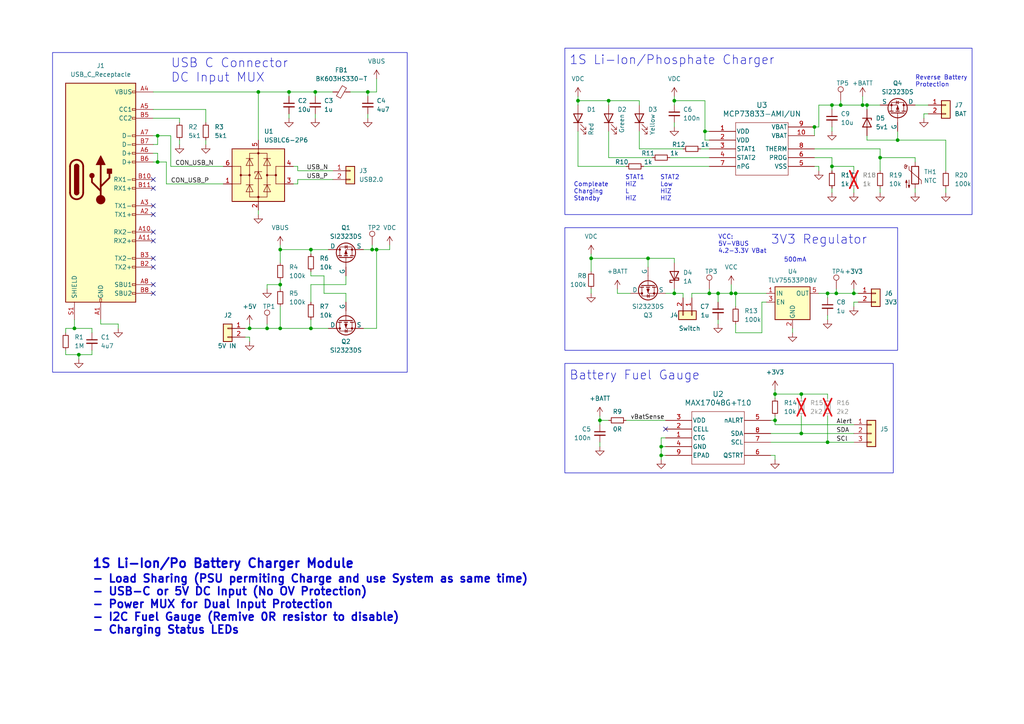
<source format=kicad_sch>
(kicad_sch (version 20230121) (generator eeschema)
  (paper "A4")
  (title_block (title "1S Li-Ion Charger") (date "2023-11-23") (rev "0.1") (company "WRSROBOTICS"))
  (lib_symbols
    (symbol "Battery_Management:MAX17048G+T10" (pin_names (offset 0.254))
      (property "Reference" "U" (at 15.24 10.16 0))
      (property "Value" "MAX17048G+T10" (at 16.51 7.62 0))
      (symbol "MAX17048G+T10_0_1"
        (pin unspecified line (at 0 -5.08 0) (length 7.62) (name "CTG") (number "1"))
        (pin unspecified line (at 0 -2.54 0) (length 7.62) (name "CELL") (number "2"))
        (pin power_in line (at 0 0 0) (length 7.62) (name "VDD") (number "3"))
        (pin power_in line (at 0 -7.62 0) (length 7.62) (name "GND") (number "4"))
        (pin input line (at 30.48 -10.16 180) (length 7.62) (name "QSTRT") (number "6"))
        (pin input line (at 30.48 -6.35 180) (length 7.62) (name "SCL") (number "7"))
        (pin bidirectional line (at 30.48 -3.81 180) (length 7.62) (name "SDA") (number "8"))
        (pin unspecified line (at 0 -10.16 0) (length 7.62) (name "EPAD") (number "9"))
      )
      (symbol "MAX17048G+T10_1_1"
        (pin output line (at 30.48 0 180) (length 7.62) (name "nALRT") (number "5"))
      )
    )
    (symbol "Battery_Management:MCP73833-AMI_UN" (pin_names (offset 0.254))
      (property "Reference" "U" (at 13.97 10.16 0))
      (property "Value" "MCP73833-AMI/UN" (at 16.51 6.35 0))
      (symbol "MCP73833-AMI_UN_0_1"
        (pin unspecified line (at 0 1.27 0) (length 7.62) (name "VDD") (number "1"))
        (pin unspecified line (at 30.48 0 180) (length 7.62) (name "VBAT") (number "10"))
        (pin unspecified line (at 0 -1.27 0) (length 7.62) (name "VDD") (number "2"))
        (pin unspecified line (at 0 -3.81 0) (length 7.62) (name "STAT1") (number "3"))
        (pin unspecified line (at 0 -6.35 0) (length 7.62) (name "STAT2") (number "4"))
        (pin unspecified line (at 30.48 -8.89 180) (length 7.62) (name "VSS") (number "5"))
        (pin unspecified line (at 30.48 -6.35 180) (length 7.62) (name "PROG") (number "6"))
        (pin unspecified line (at 30.48 -3.81 180) (length 7.62) (name "THERM") (number "8"))
        (pin unspecified line (at 30.48 2.54 180) (length 7.62) (name "VBAT") (number "9"))
      )
      (symbol "MCP73833-AMI_UN_1_1"
        (pin unspecified line (at 0 -8.89 0) (length 7.62) (name "nPG") (number "7"))
      )
    )
    (symbol "Connector:TestPoint" (pin_numbers hide) (pin_names (offset 0.762) hide)
      (property "Reference" "TP" (at 0 6.858 0))
      (property "Value" "TestPoint" (at 0 5.08 0))
      (symbol "TestPoint_1_1"
        (pin passive line (at 0 0 90) (length 2.54) (name "1") (number "1"))
      )
    )
    (symbol "Connector:USB_C_Receptacle" (pin_names (offset 1.016))
      (property "Reference" "J" (at -10.16 29.21 0))
      (property "Value" "USB_C_Receptacle" (at 10.16 29.21 0))
      (symbol "USB_C_Receptacle_1_1"
        (pin passive line (at 0 -40.64 90) (length 5.08) (name "GND") (number "A1"))
        (pin bidirectional line (at 15.24 -15.24 180) (length 5.08) (name "RX2-") (number "A10"))
        (pin bidirectional line (at 15.24 -17.78 180) (length 5.08) (name "RX2+") (number "A11"))
        (pin passive line (at 0 -40.64 90) (length 5.08) hide (name "GND") (number "A12"))
        (pin bidirectional line (at 15.24 -10.16 180) (length 5.08) (name "TX1+") (number "A2"))
        (pin bidirectional line (at 15.24 -7.62 180) (length 5.08) (name "TX1-") (number "A3"))
        (pin passive line (at 15.24 25.4 180) (length 5.08) (name "VBUS") (number "A4"))
        (pin bidirectional line (at 15.24 20.32 180) (length 5.08) (name "CC1") (number "A5"))
        (pin bidirectional line (at 15.24 7.62 180) (length 5.08) (name "D+") (number "A6"))
        (pin bidirectional line (at 15.24 12.7 180) (length 5.08) (name "D-") (number "A7"))
        (pin bidirectional line (at 15.24 -30.48 180) (length 5.08) (name "SBU1") (number "A8"))
        (pin passive line (at 15.24 25.4 180) (length 5.08) hide (name "VBUS") (number "A9"))
        (pin passive line (at 0 -40.64 90) (length 5.08) hide (name "GND") (number "B1"))
        (pin bidirectional line (at 15.24 0 180) (length 5.08) (name "RX1-") (number "B10"))
        (pin bidirectional line (at 15.24 -2.54 180) (length 5.08) (name "RX1+") (number "B11"))
        (pin passive line (at 0 -40.64 90) (length 5.08) hide (name "GND") (number "B12"))
        (pin bidirectional line (at 15.24 -25.4 180) (length 5.08) (name "TX2+") (number "B2"))
        (pin bidirectional line (at 15.24 -22.86 180) (length 5.08) (name "TX2-") (number "B3"))
        (pin passive line (at 15.24 25.4 180) (length 5.08) hide (name "VBUS") (number "B4"))
        (pin bidirectional line (at 15.24 17.78 180) (length 5.08) (name "CC2") (number "B5"))
        (pin bidirectional line (at 15.24 5.08 180) (length 5.08) (name "D+") (number "B6"))
        (pin bidirectional line (at 15.24 10.16 180) (length 5.08) (name "D-") (number "B7"))
        (pin bidirectional line (at 15.24 -33.02 180) (length 5.08) (name "SBU2") (number "B8"))
        (pin passive line (at 15.24 25.4 180) (length 5.08) hide (name "VBUS") (number "B9"))
        (pin passive line (at -7.62 -40.64 90) (length 5.08) (name "SHIELD") (number "S1"))
      )
    )
    (symbol "Connector_Generic:Conn_01x02" (pin_names (offset 1.016) hide)
      (property "Reference" "J" (at 0 2.54 0))
      (property "Value" "Conn_01x02" (at 0 -5.08 0))
      (symbol "Conn_01x02_1_1"
        (pin passive line (at -5.08 0 0) (length 3.81) (name "Pin_1") (number "1"))
        (pin passive line (at -5.08 -2.54 0) (length 3.81) (name "Pin_2") (number "2"))
      )
    )
    (symbol "Connector_Generic:Conn_01x03" (pin_names (offset 1.016) hide)
      (property "Reference" "J" (at 0 5.08 0))
      (property "Value" "Conn_01x03" (at 0 -5.08 0))
      (symbol "Conn_01x03_1_1"
        (pin passive line (at -5.08 2.54 0) (length 3.81) (name "Pin_1") (number "1"))
        (pin passive line (at -5.08 0 0) (length 3.81) (name "Pin_2") (number "2"))
        (pin passive line (at -5.08 -2.54 0) (length 3.81) (name "Pin_3") (number "3"))
      )
    )
    (symbol "Device:C_Small" (pin_numbers hide) (pin_names (offset 0.254) hide)
      (property "Reference" "C" (at 0.254 1.778 0))
      (property "Value" "C_Small" (at 0.254 -2.032 0))
      (symbol "C_Small_1_1"
        (pin passive line (at 0 2.54 270) (length 2.032) (name "~") (number "1"))
        (pin passive line (at 0 -2.54 90) (length 2.032) (name "~") (number "2"))
      )
    )
    (symbol "Device:D_Schottky" (pin_numbers hide) (pin_names (offset 1.016) hide)
      (property "Reference" "D" (at 0 2.54 0))
      (property "Value" "D_Schottky" (at 0 -2.54 0))
      (symbol "D_Schottky_1_1"
        (pin passive line (at -3.81 0 0) (length 2.54) (name "K") (number "1"))
        (pin passive line (at 3.81 0 180) (length 2.54) (name "A") (number "2"))
      )
    )
    (symbol "Device:D_Zener" (pin_numbers hide) (pin_names (offset 1.016) hide)
      (property "Reference" "D" (at 0 2.54 0))
      (property "Value" "D_Zener" (at 0 -2.54 0))
      (symbol "D_Zener_1_1"
        (pin passive line (at -3.81 0 0) (length 2.54) (name "K") (number "1"))
        (pin passive line (at 3.81 0 180) (length 2.54) (name "A") (number "2"))
      )
    )
    (symbol "Device:FerriteBead_Small" (pin_numbers hide) (pin_names (offset 0))
      (property "Reference" "FB" (at 1.905 1.27 0))
      (property "Value" "FerriteBead_Small" (at 1.905 -1.27 0))
      (symbol "FerriteBead_Small_1_1"
        (pin passive line (at 0 2.54 270) (length 1.27) (name "~") (number "1"))
        (pin passive line (at 0 -2.54 90) (length 1.27) (name "~") (number "2"))
      )
    )
    (symbol "Device:LED" (pin_numbers hide) (pin_names (offset 1.016) hide)
      (property "Reference" "D" (at 0 2.54 0))
      (property "Value" "LED" (at 0 -2.54 0))
      (symbol "LED_1_1"
        (pin passive line (at -3.81 0 0) (length 2.54) (name "K") (number "1"))
        (pin passive line (at 3.81 0 180) (length 2.54) (name "A") (number "2"))
      )
    )
    (symbol "Device:R_Small" (pin_numbers hide) (pin_names (offset 0.254) hide)
      (property "Reference" "R" (at 0.762 0.508 0))
      (property "Value" "R_Small" (at 0.762 -1.016 0))
      (symbol "R_Small_1_1"
        (pin passive line (at 0 2.54 270) (length 0.762) (name "~") (number "1"))
        (pin passive line (at 0 -2.54 90) (length 0.762) (name "~") (number "2"))
      )
    )
    (symbol "Device:Thermistor_NTC" (pin_numbers hide) (pin_names (offset 0))
      (property "Reference" "TH" (at -4.445 0 90))
      (property "Value" "Thermistor_NTC" (at 3.175 0 90))
      (symbol "Thermistor_NTC_1_1"
        (pin passive line (at 0 3.81 270) (length 1.27) (name "~") (number "1"))
        (pin passive line (at 0 -3.81 90) (length 1.27) (name "~") (number "2"))
      )
    )
    (symbol "Power_Protection:USBLC6-2P6" (pin_names hide)
      (property "Reference" "U" (at 2.54 8.89 0))
      (property "Value" "USBLC6-2P6" (at 2.54 -8.89 0))
      (symbol "USBLC6-2P6_1_1"
        (pin passive line (at -10.16 -2.54 0) (length 2.54) (name "I/O1") (number "1"))
        (pin passive line (at 0 -10.16 90) (length 2.54) (name "GND") (number "2"))
        (pin passive line (at 10.16 -2.54 180) (length 2.54) (name "I/O2") (number "3"))
        (pin passive line (at 10.16 2.54 180) (length 2.54) (name "I/O2") (number "4"))
        (pin passive line (at 0 10.16 270) (length 2.54) (name "VBUS") (number "5"))
        (pin passive line (at -10.16 2.54 0) (length 2.54) (name "I/O1") (number "6"))
      )
    )
    (symbol "Regulator_Linear:TLV75533PDBV" (pin_names (offset 0.254))
      (property "Reference" "U" (at -3.81 5.715 0))
      (property "Value" "TLV75533PDBV" (at 0 5.715 0))
      (symbol "TLV75533PDBV_1_1"
        (pin power_in line (at -7.62 2.54 0) (length 2.54) (name "IN") (number "1"))
        (pin power_in line (at 0 -7.62 90) (length 2.54) (name "GND") (number "2"))
        (pin input line (at -7.62 0 0) (length 2.54) (name "EN") (number "3"))
        (pin no_connect line (at 5.08 0 180) (length 2.54) hide (name "NC") (number "4"))
        (pin power_out line (at 7.62 2.54 180) (length 2.54) (name "OUT") (number "5"))
      )
    )
    (symbol "Simulation_SPICE:PMOS" (pin_numbers hide) (pin_names (offset 0))
      (property "Reference" "Q" (at 5.08 1.27 0))
      (property "Value" "PMOS" (at 5.08 -1.27 0))
      (symbol "PMOS_1_1"
        (pin passive line (at 2.54 5.08 270) (length 2.54) (name "D") (number "1"))
        (pin input line (at -5.08 0 0) (length 2.54) (name "G") (number "2"))
        (pin passive line (at 2.54 -5.08 90) (length 2.54) (name "S") (number "3"))
      )
    )
    (symbol "power:+3V3" (power) (pin_names (offset 0))
      (property "Value" "+3V3" (at 0 3.556 0))
      (symbol "+3V3_1_1"
        (pin power_in line (at 0 0 90) (length 0) hide (name "+3V3") (number "1"))
      )
    )
    (symbol "power:+5V" (power) (pin_names (offset 0))
      (property "Value" "+5V" (at 0 3.556 0))
      (symbol "+5V_1_1"
        (pin power_in line (at 0 0 90) (length 0) hide (name "+5V") (number "1"))
      )
    )
    (symbol "power:+BATT" (power) (pin_names (offset 0))
      (property "Value" "+BATT" (at 0 3.556 0))
      (symbol "+BATT_1_1"
        (pin power_in line (at 0 0 90) (length 0) hide (name "+BATT") (number "1"))
      )
    )
    (symbol "power:GND" (power) (pin_names (offset 0))
      (symbol "GND_1_1"
        (pin power_in line (at 0 0 270) (length 0) hide (name "GND") (number "1"))
      )
    )
    (symbol "power:VBUS" (power) (pin_names (offset 0))
      (property "Value" "VBUS" (at 0 3.81 0))
      (symbol "VBUS_1_1"
        (pin power_in line (at 0 0 90) (length 0) hide (name "VBUS") (number "1"))
      )
    )
    (symbol "power:VCC" (power) (pin_names (offset 0))
      (property "Value" "VCC" (at 0 3.81 0))
      (symbol "VCC_1_1"
        (pin power_in line (at 0 0 90) (length 0) hide (name "VCC") (number "1"))
      )
    )
    (symbol "power:VDC" (power) (pin_names (offset 0))
      (property "Value" "VDC" (at 0 6.35 0))
      (symbol "VDC_1_1"
        (pin power_in line (at 0 0 90) (length 0) hide (name "VDC") (number "1"))
      )
    )
  )
  (junction (at 90.17 72.39))
  (junction (at 236.22 36.83))
  (junction (at 90.17 95.25))
  (junction (at 205.74 85.09))
  (junction (at 77.47 95.25))
  (junction (at 45.72 39.37))
  (junction (at 195.58 29.21))
  (junction (at 240.03 85.09))
  (junction (at 81.28 95.25))
  (junction (at 251.46 30.48))
  (junction (at 106.68 26.67))
  (junction (at 195.58 85.09))
  (junction (at 91.44 26.67))
  (junction (at 167.64 29.21))
  (junction (at 107.95 72.39))
  (junction (at 241.3 48.26))
  (junction (at 247.65 85.09))
  (junction (at 241.3 30.48))
  (junction (at 240.03 128.27))
  (junction (at 212.09 85.09))
  (junction (at 260.35 40.64))
  (junction (at 81.28 72.39))
  (junction (at 255.27 45.72))
  (junction (at 21.59 95.25))
  (junction (at 250.19 30.48))
  (junction (at 191.77 132.08))
  (junction (at 232.41 114.3))
  (junction (at 45.72 46.99))
  (junction (at 204.47 38.1))
  (junction (at 176.53 29.21))
  (junction (at 224.79 121.92))
  (junction (at 191.77 129.54))
  (junction (at 83.82 26.67))
  (junction (at 74.93 26.67))
  (junction (at 173.99 121.92))
  (junction (at 232.41 125.73))
  (junction (at 171.45 74.93))
  (junction (at 243.84 30.48))
  (junction (at 208.28 85.09))
  (junction (at 109.22 72.39))
  (junction (at 72.39 95.25))
  (junction (at 224.79 114.3))
  (junction (at 187.96 74.93))
  (junction (at 213.36 85.09))
  (junction (at 22.86 102.87))
  (junction (at 242.57 85.09))
  (junction (at 81.28 82.55))
  (no_connect (at 44.45 67.31))
  (no_connect (at 44.45 77.47))
  (no_connect (at 44.45 82.55))
  (no_connect (at 193.04 124.46))
  (no_connect (at 44.45 52.07))
  (no_connect (at 44.45 59.69))
  (no_connect (at 44.45 62.23))
  (no_connect (at 44.45 74.93))
  (no_connect (at 44.45 69.85))
  (no_connect (at 44.45 85.09))
  (no_connect (at 44.45 54.61))
  (wire (pts (xy 224.79 114.3) (xy 232.41 114.3)))
  (wire (pts (xy 220.98 87.63) (xy 222.25 87.63)))
  (wire (pts (xy 274.32 55.88) (xy 274.32 54.61)))
  (wire (pts (xy 195.58 85.09) (xy 195.58 83.82)))
  (wire (pts (xy 44.45 31.75) (xy 59.69 31.75)))
  (wire (pts (xy 208.28 85.09) (xy 212.09 85.09)))
  (wire (pts (xy 45.72 39.37) (xy 45.72 41.91)))
  (wire (pts (xy 29.21 93.98) (xy 34.29 93.98)))
  (wire (pts (xy 49.53 48.26) (xy 64.77 48.26)))
  (wire (pts (xy 90.17 73.66) (xy 90.17 72.39)))
  (wire (pts (xy 21.59 92.71) (xy 21.59 95.25)))
  (wire (pts (xy 240.03 85.09) (xy 242.57 85.09)))
  (wire (pts (xy 90.17 72.39) (xy 95.25 72.39)))
  (wire (pts (xy 90.17 95.25) (xy 95.25 95.25)))
  (wire (pts (xy 241.3 54.61) (xy 241.3 55.88)))
  (wire (pts (xy 193.04 85.09) (xy 195.58 85.09)))
  (wire (pts (xy 224.79 121.92) (xy 224.79 123.19)))
  (wire (pts (xy 176.53 29.21) (xy 185.42 29.21)))
  (wire (pts (xy 167.64 27.94) (xy 167.64 29.21)))
  (wire (pts (xy 44.45 34.29) (xy 52.07 34.29)))
  (wire (pts (xy 247.65 87.63) (xy 248.92 87.63)))
  (wire (pts (xy 45.72 39.37) (xy 49.53 39.37)))
  (wire (pts (xy 251.46 30.48) (xy 255.27 30.48)))
  (wire (pts (xy 224.79 121.92) (xy 224.79 120.65)))
  (wire (pts (xy 86.36 49.53) (xy 96.52 49.53)))
  (wire (pts (xy 247.65 83.82) (xy 247.65 85.09)))
  (wire (pts (xy 242.57 83.82) (xy 242.57 85.09)))
  (wire (pts (xy 229.87 95.25) (xy 229.87 96.52)))
  (wire (pts (xy 212.09 85.09) (xy 213.36 85.09)))
  (wire (pts (xy 81.28 71.12) (xy 81.28 72.39)))
  (wire (pts (xy 212.09 82.55) (xy 212.09 85.09)))
  (wire (pts (xy 176.53 45.72) (xy 189.23 45.72)))
  (wire (pts (xy 109.22 26.67) (xy 106.68 26.67)))
  (wire (pts (xy 77.47 82.55) (xy 81.28 82.55)))
  (wire (pts (xy 86.36 53.34) (xy 85.09 53.34)))
  (wire (pts (xy 224.79 113.03) (xy 224.79 114.3)))
  (wire (pts (xy 243.84 30.48) (xy 250.19 30.48)))
  (wire (pts (xy 19.05 95.25) (xy 21.59 95.25)))
  (wire (pts (xy 81.28 88.9) (xy 81.28 95.25)))
  (wire (pts (xy 59.69 31.75) (xy 59.69 35.56)))
  (wire (pts (xy 195.58 29.21) (xy 195.58 27.94)))
  (wire (pts (xy 91.44 26.67) (xy 91.44 27.94)))
  (wire (pts (xy 241.3 30.48) (xy 241.3 31.75)))
  (wire (pts (xy 195.58 74.93) (xy 195.58 76.2)))
  (wire (pts (xy 86.36 52.07) (xy 86.36 53.34)))
  (wire (pts (xy 237.49 30.48) (xy 237.49 36.83)))
  (wire (pts (xy 241.3 49.53) (xy 241.3 48.26)))
  (wire (pts (xy 265.43 45.72) (xy 265.43 46.99)))
  (wire (pts (xy 250.19 27.94) (xy 250.19 30.48)))
  (wire (pts (xy 173.99 128.27) (xy 173.99 129.54)))
  (wire (pts (xy 26.67 101.6) (xy 26.67 102.87)))
  (wire (pts (xy 19.05 96.52) (xy 19.05 95.25)))
  (wire (pts (xy 247.65 49.53) (xy 247.65 48.26)))
  (wire (pts (xy 113.03 71.12) (xy 113.03 72.39)))
  (wire (pts (xy 29.21 92.71) (xy 29.21 93.98)))
  (wire (pts (xy 109.22 95.25) (xy 109.22 72.39)))
  (wire (pts (xy 83.82 27.94) (xy 83.82 26.67)))
  (wire (pts (xy 26.67 102.87) (xy 22.86 102.87)))
  (wire (pts (xy 265.43 45.72) (xy 255.27 45.72)))
  (wire (pts (xy 241.3 48.26) (xy 241.3 45.72)))
  (wire (pts (xy 193.04 129.54) (xy 191.77 129.54)))
  (wire (pts (xy 105.41 95.25) (xy 109.22 95.25)))
  (wire (pts (xy 81.28 72.39) (xy 90.17 72.39)))
  (wire (pts (xy 93.98 85.09) (xy 100.33 85.09)))
  (wire (pts (xy 48.26 53.34) (xy 64.77 53.34)))
  (wire (pts (xy 100.33 82.55) (xy 90.17 82.55)))
  (wire (pts (xy 208.28 92.71) (xy 208.28 93.98)))
  (wire (pts (xy 267.97 34.29) (xy 267.97 33.02)))
  (wire (pts (xy 237.49 30.48) (xy 241.3 30.48)))
  (wire (pts (xy 236.22 36.83) (xy 236.22 39.37)))
  (wire (pts (xy 241.3 30.48) (xy 243.84 30.48)))
  (wire (pts (xy 193.04 127) (xy 191.77 127)))
  (wire (pts (xy 167.64 48.26) (xy 181.61 48.26)))
  (wire (pts (xy 247.65 88.9) (xy 247.65 87.63)))
  (wire (pts (xy 59.69 40.64) (xy 59.69 41.91)))
  (wire (pts (xy 240.03 91.44) (xy 240.03 92.71)))
  (wire (pts (xy 44.45 39.37) (xy 45.72 39.37)))
  (wire (pts (xy 247.65 54.61) (xy 247.65 55.88)))
  (wire (pts (xy 171.45 83.82) (xy 171.45 85.09)))
  (wire (pts (xy 176.53 29.21) (xy 176.53 30.48)))
  (wire (pts (xy 191.77 127) (xy 191.77 129.54)))
  (wire (pts (xy 101.6 26.67) (xy 106.68 26.67)))
  (wire (pts (xy 34.29 93.98) (xy 34.29 95.25)))
  (wire (pts (xy 224.79 123.19) (xy 247.65 123.19)))
  (wire (pts (xy 213.36 85.09) (xy 222.25 85.09)))
  (wire (pts (xy 200.66 85.09) (xy 205.74 85.09)))
  (wire (pts (xy 213.36 96.52) (xy 213.36 93.98)))
  (wire (pts (xy 90.17 80.01) (xy 93.98 80.01)))
  (wire (pts (xy 186.69 48.26) (xy 205.74 48.26)))
  (wire (pts (xy 185.42 29.21) (xy 185.42 30.48)))
  (wire (pts (xy 251.46 40.64) (xy 260.35 40.64)))
  (wire (pts (xy 242.57 85.09) (xy 247.65 85.09)))
  (wire (pts (xy 21.59 95.25) (xy 26.67 95.25)))
  (wire (pts (xy 167.64 29.21) (xy 167.64 30.48)))
  (wire (pts (xy 195.58 35.56) (xy 195.58 36.83)))
  (wire (pts (xy 176.53 38.1) (xy 176.53 45.72)))
  (wire (pts (xy 232.41 125.73) (xy 247.65 125.73)))
  (wire (pts (xy 237.49 48.26) (xy 237.49 49.53)))
  (wire (pts (xy 171.45 74.93) (xy 171.45 78.74)))
  (wire (pts (xy 77.47 93.98) (xy 77.47 95.25)))
  (wire (pts (xy 265.43 30.48) (xy 269.24 30.48)))
  (wire (pts (xy 251.46 30.48) (xy 251.46 31.75)))
  (wire (pts (xy 44.45 26.67) (xy 74.93 26.67)))
  (wire (pts (xy 74.93 26.67) (xy 83.82 26.67)))
  (wire (pts (xy 204.47 40.64) (xy 205.74 40.64)))
  (wire (pts (xy 45.72 46.99) (xy 44.45 46.99)))
  (wire (pts (xy 223.52 121.92) (xy 224.79 121.92)))
  (wire (pts (xy 204.47 38.1) (xy 205.74 38.1)))
  (wire (pts (xy 205.74 85.09) (xy 208.28 85.09)))
  (wire (pts (xy 167.64 38.1) (xy 167.64 48.26)))
  (wire (pts (xy 74.93 26.67) (xy 74.93 40.64)))
  (wire (pts (xy 173.99 120.65) (xy 173.99 121.92)))
  (wire (pts (xy 181.61 121.92) (xy 193.04 121.92)))
  (wire (pts (xy 198.12 85.09) (xy 195.58 85.09)))
  (wire (pts (xy 90.17 78.74) (xy 90.17 80.01)))
  (wire (pts (xy 83.82 33.02) (xy 83.82 34.29)))
  (wire (pts (xy 173.99 121.92) (xy 176.53 121.92)))
  (wire (pts (xy 240.03 128.27) (xy 247.65 128.27)))
  (wire (pts (xy 91.44 33.02) (xy 91.44 34.29)))
  (wire (pts (xy 220.98 87.63) (xy 220.98 96.52)))
  (wire (pts (xy 179.07 85.09) (xy 182.88 85.09)))
  (wire (pts (xy 241.3 36.83) (xy 241.3 38.1)))
  (wire (pts (xy 81.28 76.2) (xy 81.28 72.39)))
  (wire (pts (xy 205.74 83.82) (xy 205.74 85.09)))
  (wire (pts (xy 45.72 44.45) (xy 45.72 46.99)))
  (wire (pts (xy 204.47 38.1) (xy 204.47 40.64)))
  (wire (pts (xy 195.58 29.21) (xy 195.58 30.48)))
  (wire (pts (xy 72.39 97.79) (xy 72.39 99.06)))
  (wire (pts (xy 255.27 54.61) (xy 255.27 55.88)))
  (wire (pts (xy 267.97 33.02) (xy 269.24 33.02)))
  (wire (pts (xy 232.41 125.73) (xy 232.41 120.65)))
  (wire (pts (xy 205.74 43.18) (xy 203.2 43.18)))
  (wire (pts (xy 265.43 54.61) (xy 265.43 55.88)))
  (wire (pts (xy 241.3 48.26) (xy 247.65 48.26)))
  (wire (pts (xy 171.45 74.93) (xy 187.96 74.93)))
  (wire (pts (xy 187.96 74.93) (xy 187.96 77.47)))
  (wire (pts (xy 223.52 132.08) (xy 224.79 132.08)))
  (wire (pts (xy 247.65 85.09) (xy 248.92 85.09)))
  (wire (pts (xy 45.72 46.99) (xy 48.26 46.99)))
  (wire (pts (xy 223.52 128.27) (xy 240.03 128.27)))
  (wire (pts (xy 208.28 85.09) (xy 208.28 87.63)))
  (wire (pts (xy 44.45 44.45) (xy 45.72 44.45)))
  (wire (pts (xy 90.17 82.55) (xy 90.17 87.63)))
  (wire (pts (xy 237.49 36.83) (xy 236.22 36.83)))
  (wire (pts (xy 200.66 86.36) (xy 200.66 85.09)))
  (wire (pts (xy 198.12 43.18) (xy 185.42 43.18)))
  (wire (pts (xy 105.41 72.39) (xy 107.95 72.39)))
  (wire (pts (xy 173.99 121.92) (xy 173.99 123.19)))
  (wire (pts (xy 52.07 40.64) (xy 52.07 41.91)))
  (wire (pts (xy 26.67 95.25) (xy 26.67 96.52)))
  (wire (pts (xy 167.64 29.21) (xy 176.53 29.21)))
  (wire (pts (xy 237.49 85.09) (xy 240.03 85.09)))
  (wire (pts (xy 213.36 85.09) (xy 213.36 88.9)))
  (wire (pts (xy 86.36 48.26) (xy 86.36 49.53)))
  (wire (pts (xy 72.39 93.98) (xy 72.39 95.25)))
  (wire (pts (xy 255.27 45.72) (xy 255.27 43.18)))
  (wire (pts (xy 185.42 38.1) (xy 185.42 43.18)))
  (wire (pts (xy 240.03 85.09) (xy 240.03 86.36)))
  (wire (pts (xy 191.77 132.08) (xy 191.77 133.35)))
  (wire (pts (xy 22.86 102.87) (xy 22.86 104.14)))
  (wire (pts (xy 81.28 82.55) (xy 81.28 83.82)))
  (wire (pts (xy 251.46 40.64) (xy 251.46 39.37)))
  (wire (pts (xy 77.47 95.25) (xy 81.28 95.25)))
  (wire (pts (xy 191.77 129.54) (xy 191.77 132.08)))
  (wire (pts (xy 255.27 43.18) (xy 236.22 43.18)))
  (wire (pts (xy 191.77 132.08) (xy 193.04 132.08)))
  (wire (pts (xy 106.68 26.67) (xy 106.68 27.94)))
  (wire (pts (xy 240.03 115.57) (xy 240.03 114.3)))
  (wire (pts (xy 22.86 102.87) (xy 19.05 102.87)))
  (wire (pts (xy 232.41 114.3) (xy 240.03 114.3)))
  (wire (pts (xy 83.82 26.67) (xy 91.44 26.67)))
  (wire (pts (xy 107.95 71.12) (xy 107.95 72.39)))
  (wire (pts (xy 109.22 22.86) (xy 109.22 26.67)))
  (wire (pts (xy 77.47 82.55) (xy 77.47 83.82)))
  (wire (pts (xy 44.45 41.91) (xy 45.72 41.91)))
  (wire (pts (xy 260.35 38.1) (xy 260.35 40.64)))
  (wire (pts (xy 179.07 83.82) (xy 179.07 85.09)))
  (wire (pts (xy 223.52 125.73) (xy 232.41 125.73)))
  (wire (pts (xy 85.09 48.26) (xy 86.36 48.26)))
  (wire (pts (xy 243.84 29.21) (xy 243.84 30.48)))
  (wire (pts (xy 224.79 132.08) (xy 224.79 133.35)))
  (wire (pts (xy 19.05 101.6) (xy 19.05 102.87)))
  (wire (pts (xy 71.12 97.79) (xy 72.39 97.79)))
  (wire (pts (xy 187.96 74.93) (xy 195.58 74.93)))
  (wire (pts (xy 96.52 52.07) (xy 86.36 52.07)))
  (wire (pts (xy 48.26 46.99) (xy 48.26 53.34)))
  (wire (pts (xy 81.28 95.25) (xy 90.17 95.25)))
  (wire (pts (xy 255.27 49.53) (xy 255.27 45.72)))
  (wire (pts (xy 90.17 92.71) (xy 90.17 95.25)))
  (wire (pts (xy 213.36 96.52) (xy 220.98 96.52)))
  (wire (pts (xy 100.33 85.09) (xy 100.33 87.63)))
  (wire (pts (xy 241.3 45.72) (xy 236.22 45.72)))
  (wire (pts (xy 250.19 30.48) (xy 251.46 30.48)))
  (wire (pts (xy 194.31 45.72) (xy 205.74 45.72)))
  (wire (pts (xy 71.12 95.25) (xy 72.39 95.25)))
  (wire (pts (xy 81.28 81.28) (xy 81.28 82.55)))
  (wire (pts (xy 236.22 48.26) (xy 237.49 48.26)))
  (wire (pts (xy 49.53 39.37) (xy 49.53 48.26)))
  (wire (pts (xy 274.32 40.64) (xy 260.35 40.64)))
  (wire (pts (xy 232.41 114.3) (xy 232.41 115.57)))
  (wire (pts (xy 113.03 72.39) (xy 109.22 72.39)))
  (wire (pts (xy 52.07 34.29) (xy 52.07 35.56)))
  (wire (pts (xy 240.03 128.27) (xy 240.03 120.65)))
  (wire (pts (xy 106.68 33.02) (xy 106.68 34.29)))
  (wire (pts (xy 198.12 86.36) (xy 198.12 85.09)))
  (wire (pts (xy 96.52 26.67) (xy 91.44 26.67)))
  (wire (pts (xy 100.33 80.01) (xy 100.33 82.55)))
  (wire (pts (xy 171.45 73.66) (xy 171.45 74.93)))
  (wire (pts (xy 107.95 72.39) (xy 109.22 72.39)))
  (wire (pts (xy 93.98 80.01) (xy 93.98 85.09)))
  (wire (pts (xy 72.39 95.25) (xy 77.47 95.25)))
  (wire (pts (xy 74.93 60.96) (xy 74.93 62.23)))
  (wire (pts (xy 204.47 29.21) (xy 204.47 38.1)))
  (wire (pts (xy 274.32 49.53) (xy 274.32 40.64)))
  (wire (pts (xy 195.58 29.21) (xy 204.47 29.21)))
  (wire (pts (xy 224.79 114.3) (xy 224.79 115.57)))
  (rectangle (start 163.83 66.04) (end 260.35 101.6))
  (rectangle (start 15.24 15.24) (end 118.11 107.95))
  (rectangle (start 163.83 13.97) (end 281.94 62.23))
  (rectangle (start 163.83 105.41) (end 259.08 137.16))
  (text "500mA" (at 227.33 76.2 0) (effects (font (size 1.27 1.27)) (justify left bottom)))
  (text "Reverse Battery \nProtection" (at 265.43 25.4 0) (effects (font (size 1.27 1.27)) (justify left bottom)))
  (text "3V3 Regulator" (at 223.52 71.12 0) (effects (font (size 2.6 2.6)) (justify left bottom)))
  (text "1S Li-Ion/Po Battery Charger Module\n" (at 26.67 165.1 0) (effects (font (size 2.6 2.6) (thickness 0.52) bold) (justify left bottom)))
  (text "VCC: \n5V-VBUS\n4.2-3.3V VBat" (at 208.28 73.66 0) (effects (font (size 1.27 1.27)) (justify left bottom)))
  (text "USB C Connector \nDC Input MUX" (at 49.53 24.13 0) (effects (font (size 2.6 2.6)) (justify left bottom)))
  (text "1S Li-Ion/Phosphate Charger" (at 165.1 19.05 0) (effects (font (size 2.6 2.6)) (justify left bottom)))
  (text "- Load Sharing (PSU permiting Charge and use System as same time)\n- USB-C or 5V DC Input (No OV Protection)\n- Power MUX for Dual Input Protection\n- I2C Fuel Gauge (Remive 0R resistor to disable)\n- Charging Status LEDs" (at 26.67 184.15 0) (effects (font (size 2.3 2.3) bold) (justify left bottom)))
  (text "Battery Fuel Gauge\n" (at 165.1 110.49 0) (effects (font (size 2.6 2.6)) (justify left bottom)))
  (text "			STAT1	STAT2\nCompleate	HiZ		Low\nCharging	L		HiZ	\nStandby		HiZ		HiZ		" (at 166.37 58.42 0) (effects (font (size 1.27 1.27)) (justify left bottom)))
  (label "SCl" (at 242.57 128.27 0))
  (label "USB_P" (at 88.9 52.07 0))
  (label "CON_USB_P" (at 49.53 53.34 0))
  (label "vBatSense" (at 182.88 121.92 0))
  (label "SDA" (at 242.57 125.73 0))
  (label "CON_USB_N" (at 50.8 48.26 0))
  (label "Alert" (at 242.57 123.19 0))
  (label "USB_N" (at 88.9 49.53 0))
  (symbol (lib_id "Device:R_Small") (at 179.07 121.92 90) (unit 1)
    (property "Reference" "R9" (at 179.07 119.38 90))
    (property "Value" "0R" (at 179.07 124.46 90))
    (property "Footprint" "Resistor_SMD:R_0603_1608Metric_Pad0.98x0.95mm_HandSolder" (effects hide))
  )
  (symbol (lib_id "Simulation_SPICE:PMOS") (at 260.35 33.02 270) (mirror x) (unit 1)
    (property "Reference" "Q4" (at 260.35 24.13 90))
    (property "Value" "Si2323DS" (at 260.35 26.67 90))
    (property "Footprint" "Package_TO_SOT_SMD:SOT-23-3" (effects hide))
    (property "Datasheet" "https://ngspice.sourceforge.io/docs/ngspice-manual.pdf" (effects hide))
    (property "Sim.Device" "PMOS" (effects hide))
    (property "Sim.Type" "VDMOS" (effects hide))
    (property "Sim.Pins" "1=D 2=G 3=S" (effects hide))
  )
  (symbol (lib_id "power:GND") (at 83.82 34.29 0) (unit 1)
    (property "Reference" "#PWR010" (effects hide))
    (property "Value" "GND" (effects hide))
  )
  (symbol (lib_id "power:GND") (at 274.32 55.88 0) (unit 1)
    (property "Reference" "#PWR040" (effects hide))
    (property "Value" "GND" (effects hide))
  )
  (symbol (lib_id "power:GND") (at 195.58 36.83 0) (unit 1)
    (property "Reference" "#PWR023" (effects hide))
    (property "Value" "GND" (effects hide))
  )
  (symbol (lib_id "Device:R_Small") (at 224.79 118.11 0) (unit 1)
    (property "Reference" "R14" (at 227.33 116.84 0) (effects (justify left)))
    (property "Value" "10k" (at 227.33 119.38 0) (effects (justify left)))
    (property "Footprint" "Resistor_SMD:R_0603_1608Metric_Pad0.98x0.95mm_HandSolder" (effects hide))
  )
  (symbol (lib_id "Connector_Generic:Conn_01x02") (at 101.6 49.53 0) (unit 1)
    (property "Reference" "J3" (at 104.14 49.53 0) (effects (justify left)))
    (property "Value" "USB2.0" (at 104.14 52.07 0) (effects (justify left)))
    (property "Footprint" "Connector_JST:JST_EH_B2B-EH-A_1x02_P2.50mm_Vertical" (effects hide))
  )
  (symbol (lib_id "Power_Protection:USBLC6-2P6") (at 74.93 50.8 0) (unit 1)
    (property "Reference" "U1" (at 76.5811 38.1 0) (effects (justify left)))
    (property "Value" "USBLC6-2P6" (at 76.5811 40.64 0) (effects (justify left)))
    (property "Footprint" "Package_TO_SOT_SMD:SOT-666" (effects hide))
    (property "Datasheet" "https://www.st.com/resource/en/datasheet/usblc6-2.pdf" (effects hide))
  )
  (symbol (lib_id "power:GND") (at 74.93 62.23 0) (unit 1)
    (property "Reference" "#PWR07" (effects hide))
    (property "Value" "GND" (effects hide))
  )
  (symbol (lib_id "Device:LED") (at 185.42 34.29 90) (unit 1)
    (property "Reference" "D3" (at 187.96 31.75 90) (effects (justify right)))
    (property "Value" "Yellow" (at 189.23 33.02 0) (effects (justify right)))
    (property "Footprint" "LED_SMD:LED_0201_0603Metric_Pad0.64x0.40mm_HandSolder" (effects hide))
  )
  (symbol (lib_id "Connector:TestPoint") (at 243.84 29.21 0) (unit 1)
    (property "Reference" "TP5" (at 242.57 24.13 0) (effects (justify left)))
    (property "Value" "TestPoint" (effects hide))
    (property "Footprint" "TestPoint:TestPoint_Pad_1.0x1.0mm" (effects hide))
  )
  (symbol (lib_id "power:VBUS") (at 109.22 22.86 0) (unit 1)
    (property "Reference" "#PWR013" (effects hide))
    (property "Value" "VBUS" (at 109.22 17.78 0))
  )
  (symbol (lib_id "Device:R_Small") (at 59.69 38.1 0) (unit 1)
    (property "Reference" "R3" (at 62.23 36.83 0) (effects (justify left)))
    (property "Value" "5k1" (at 62.23 39.37 0) (effects (justify left)))
    (property "Footprint" "Resistor_SMD:R_0603_1608Metric_Pad0.98x0.95mm_HandSolder" (effects hide))
  )
  (symbol (lib_id "Device:R_Small") (at 171.45 81.28 0) (mirror x) (unit 1)
    (property "Reference" "R8" (at 170.18 80.01 0) (effects (justify right)))
    (property "Value" "100k" (at 170.18 82.55 0) (effects (justify right)))
    (property "Footprint" "Resistor_SMD:R_0603_1608Metric_Pad0.98x0.95mm_HandSolder" (effects hide))
  )
  (symbol (lib_id "Simulation_SPICE:PMOS") (at 187.96 82.55 90) (mirror x) (unit 1)
    (property "Reference" "Q3" (at 187.96 91.44 90))
    (property "Value" "Si2323DS" (at 187.96 88.9 90))
    (property "Footprint" "Package_TO_SOT_SMD:SOT-23-3" (effects hide))
    (property "Datasheet" "https://www.vishay.com/docs/72024/si2323ds.pdf" (effects hide))
    (property "Sim.Device" "PMOS" (effects hide))
    (property "Sim.Type" "VDMOS" (effects hide))
    (property "Sim.Pins" "1=D 2=G 3=S" (effects hide))
  )
  (symbol (lib_id "power:GND") (at 241.3 55.88 0) (unit 1)
    (property "Reference" "#PWR032" (effects hide))
    (property "Value" "GND" (effects hide))
  )
  (symbol (lib_id "power:GND") (at 208.28 93.98 0) (unit 1)
    (property "Reference" "#PWR024" (effects hide))
    (property "Value" "GND" (effects hide))
  )
  (symbol (lib_id "Device:R_Small") (at 19.05 99.06 0) (unit 1)
    (property "Reference" "R1" (at 21.59 97.79 0) (effects (justify left)))
    (property "Value" "1M" (at 21.59 100.33 0) (effects (justify left)))
    (property "Footprint" "Resistor_SMD:R_0603_1608Metric_Pad0.98x0.95mm_HandSolder" (effects hide))
  )
  (symbol (lib_id "power:GND") (at 77.47 83.82 0) (unit 1)
    (property "Reference" "#PWR08" (effects hide))
    (property "Value" "GND" (effects hide))
  )
  (symbol (lib_id "Connector:USB_C_Receptacle") (at 29.21 52.07 0) (unit 1)
    (property "Reference" "J1" (at 29.21 19.05 0))
    (property "Value" "USB_C_Receptacle" (at 29.21 21.59 0))
    (property "Footprint" "Connector_USB:USB_C_Receptacle_Amphenol_12401548E4-2A" (effects hide))
    (property "Datasheet" "https://www.usb.org/sites/default/files/documents/usb_type-c.zip" (effects hide))
  )
  (symbol (lib_id "power:GND") (at 59.69 41.91 0) (unit 1)
    (property "Reference" "#PWR04" (effects hide))
    (property "Value" "GND" (effects hide))
  )
  (symbol (lib_id "Connector_Generic:Conn_01x02") (at 274.32 30.48 0) (unit 1)
    (property "Reference" "J7" (at 276.86 30.48 0) (effects (justify left)))
    (property "Value" "BAT" (at 276.86 33.02 0) (effects (justify left)))
    (property "Footprint" "Connector_JST:JST_EH_B2B-EH-A_1x02_P2.50mm_Vertical" (effects hide))
  )
  (symbol (lib_id "Device:R_Small") (at 255.27 52.07 0) (unit 1)
    (property "Reference" "R19" (at 257.81 50.8 0) (effects (justify left)))
    (property "Value" "10k" (at 257.81 53.34 0) (effects (justify left)))
    (property "Footprint" "Resistor_SMD:R_0603_1608Metric_Pad0.98x0.95mm_HandSolder" (effects hide))
  )
  (symbol (lib_id "Device:C_Small") (at 241.3 34.29 0) (unit 1)
    (property "Reference" "C9" (at 243.84 33.0263 0) (effects (justify left)))
    (property "Value" "10u" (at 243.84 35.5663 0) (effects (justify left)))
    (property "Footprint" "Capacitor_SMD:C_0603_1608Metric_Pad1.08x0.95mm_HandSolder" (effects hide))
  )
  (symbol (lib_id "Connector_Generic:Conn_01x02") (at 200.66 91.44 270) (unit 1)
    (property "Reference" "J4" (at 194.31 91.44 90) (effects (justify left)))
    (property "Value" "Switch" (at 196.85 95.25 90) (effects (justify left)))
    (property "Footprint" "Connector_JST:JST_EH_B2B-EH-A_1x02_P2.50mm_Vertical" (effects hide))
  )
  (symbol (lib_id "power:GND") (at 247.65 88.9 0) (unit 1)
    (property "Reference" "#PWR035" (effects hide))
    (property "Value" "GND" (effects hide))
  )
  (symbol (lib_id "power:GND") (at 34.29 95.25 0) (unit 1)
    (property "Reference" "#PWR02" (effects hide))
    (property "Value" "GND" (effects hide))
  )
  (symbol (lib_id "Battery_Management:MCP73833-AMI_UN") (at 205.74 39.37 0) (unit 1)
    (property "Reference" "U3" (at 220.98 30.48 0) (effects (font (size 1.524 1.524))))
    (property "Value" "MCP73833-AMI/UN" (at 220.98 33.02 0) (effects (font (size 1.524 1.524))))
    (property "Footprint" "Package_SO:MSOP-10-1EP_3x3mm_P0.5mm_EP1.68x1.88mm" (effects hide))
    (property "Datasheet" "https://www.mouser.co.uk/datasheet/2/268/MCHPS02791_1-2520625.pdf" (effects hide))
  )
  (symbol (lib_id "Device:C_Small") (at 106.68 30.48 0) (unit 1)
    (property "Reference" "C4" (at 109.22 29.2163 0) (effects (justify left)))
    (property "Value" "4u7" (at 109.22 31.7563 0) (effects (justify left)))
    (property "Footprint" "Capacitor_SMD:C_0603_1608Metric_Pad1.08x0.95mm_HandSolder" (effects hide))
  )
  (symbol (lib_id "Simulation_SPICE:PMOS") (at 100.33 74.93 90) (unit 1)
    (property "Reference" "Q1" (at 100.33 66.04 90))
    (property "Value" "SI2323DS" (at 100.33 68.58 90))
    (property "Footprint" "Package_TO_SOT_SMD:SOT-23-3" (effects hide))
    (property "Datasheet" "https://www.vishay.com/docs/72024/si2323ds.pdf" (effects hide))
    (property "Sim.Device" "PMOS" (effects hide))
    (property "Sim.Type" "VDMOS" (effects hide))
    (property "Sim.Pins" "1=D 2=G 3=S" (effects hide))
  )
  (symbol (lib_id "power:GND") (at 91.44 34.29 0) (unit 1)
    (property "Reference" "#PWR011" (effects hide))
    (property "Value" "GND" (effects hide))
  )
  (symbol (lib_id "power:VDC") (at 171.45 73.66 0) (unit 1)
    (property "Reference" "#PWR016" (effects hide))
    (property "Value" "VDC" (at 171.45 68.58 0))
  )
  (symbol (lib_id "Device:C_Small") (at 83.82 30.48 0) (unit 1)
    (property "Reference" "C2" (at 86.36 29.2163 0) (effects (justify left)))
    (property "Value" "10u" (at 86.36 31.7563 0) (effects (justify left)))
    (property "Footprint" "Capacitor_SMD:C_0603_1608Metric_Pad1.08x0.95mm_HandSolder" (effects hide))
  )
  (symbol (lib_id "Device:R_Small") (at 81.28 78.74 0) (unit 1)
    (property "Reference" "R4" (at 83.82 77.47 0) (effects (justify left)))
    (property "Value" "100k" (at 83.82 80.01 0) (effects (justify left)))
    (property "Footprint" "Resistor_SMD:R_0603_1608Metric_Pad0.98x0.95mm_HandSolder" (effects hide))
  )
  (symbol (lib_id "Device:C_Small") (at 195.58 33.02 0) (unit 1)
    (property "Reference" "C6" (at 198.12 31.7563 0) (effects (justify left)))
    (property "Value" "100n" (at 198.12 34.2963 0) (effects (justify left)))
    (property "Footprint" "Capacitor_SMD:C_0603_1608Metric_Pad1.08x0.95mm_HandSolder" (effects hide))
  )
  (symbol (lib_id "Device:D_Schottky") (at 195.58 80.01 90) (unit 1)
    (property "Reference" "D4" (at 198.12 79.0575 90) (effects (justify right)))
    (property "Value" "1A" (at 198.12 81.5975 90) (effects (justify right)))
    (property "Footprint" "Diode_SMD:D_1206_3216Metric_Pad1.42x1.75mm_HandSolder" (effects hide))
  )
  (symbol (lib_id "Device:R_Small") (at 52.07 38.1 0) (unit 1)
    (property "Reference" "R2" (at 54.61 36.83 0) (effects (justify left)))
    (property "Value" "5k1" (at 54.61 39.37 0) (effects (justify left)))
    (property "Footprint" "Resistor_SMD:R_0603_1608Metric_Pad0.98x0.95mm_HandSolder" (effects hide))
  )
  (symbol (lib_id "Device:R_Small") (at 274.32 52.07 180) (unit 1)
    (property "Reference" "R20" (at 276.86 50.8 0) (effects (justify right)))
    (property "Value" "100k" (at 276.86 53.34 0) (effects (justify right)))
    (property "Footprint" "Resistor_SMD:R_0603_1608Metric_Pad0.98x0.95mm_HandSolder" (effects hide))
  )
  (symbol (lib_id "power:+BATT") (at 179.07 83.82 0) (unit 1)
    (property "Reference" "#PWR020" (effects hide))
    (property "Value" "+BATT" (at 179.07 78.74 0))
  )
  (symbol (lib_id "power:+BATT") (at 250.19 27.94 0) (unit 1)
    (property "Reference" "#PWR036" (effects hide))
    (property "Value" "+BATT" (at 250.19 24.13 0))
  )
  (symbol (lib_id "Connector:TestPoint") (at 205.74 83.82 0) (unit 1)
    (property "Reference" "TP3" (at 204.47 78.74 0) (effects (justify left)))
    (property "Value" "TestPoint" (effects hide))
    (property "Footprint" "TestPoint:TestPoint_Pad_1.0x1.0mm" (effects hide))
  )
  (symbol (lib_id "power:GND") (at 237.49 49.53 0) (unit 1)
    (property "Reference" "#PWR029" (effects hide))
    (property "Value" "GND" (effects hide))
  )
  (symbol (lib_id "Connector_Generic:Conn_01x02") (at 66.04 95.25 0) (mirror y) (unit 1)
    (property "Reference" "J2" (at 67.31 91.44 0) (effects (justify left)))
    (property "Value" "5V IN" (at 68.58 100.33 0) (effects (justify left)))
    (property "Footprint" "Connector_JST:JST_EH_B2B-EH-A_1x02_P2.50mm_Vertical" (effects hide))
  )
  (symbol (lib_id "power:GND") (at 240.03 92.71 0) (unit 1)
    (property "Reference" "#PWR030" (effects hide))
    (property "Value" "GND" (effects hide))
  )
  (symbol (lib_id "Device:FerriteBead_Small") (at 99.06 26.67 90) (unit 1)
    (property "Reference" "FB1" (at 99.0219 20.32 90))
    (property "Value" "BK603HS330-T" (at 99.0219 22.86 90))
    (property "Footprint" "Inductor_SMD:L_0402_1005Metric_Pad0.77x0.64mm_HandSolder" (effects hide))
  )
  (symbol (lib_id "power:GND") (at 255.27 55.88 0) (unit 1)
    (property "Reference" "#PWR037" (effects hide))
    (property "Value" "GND" (effects hide))
  )
  (symbol (lib_id "Device:LED") (at 176.53 34.29 90) (unit 1)
    (property "Reference" "D2" (at 179.07 31.75 90) (effects (justify right)))
    (property "Value" "Green" (at 180.34 33.02 0) (effects (justify right)))
    (property "Footprint" "LED_SMD:LED_0201_0603Metric_Pad0.64x0.40mm_HandSolder" (effects hide))
  )
  (symbol (lib_id "power:GND") (at 106.68 34.29 0) (unit 1)
    (property "Reference" "#PWR012" (effects hide))
    (property "Value" "GND" (effects hide))
  )
  (symbol (lib_id "Device:R_Small") (at 90.17 76.2 0) (unit 1)
    (property "Reference" "R6" (at 92.71 74.93 0) (effects (justify left)))
    (property "Value" "10k" (at 92.71 77.47 0) (effects (justify left)))
    (property "Footprint" "Resistor_SMD:R_0603_1608Metric_Pad0.98x0.95mm_HandSolder" (effects hide))
  )
  (symbol (lib_id "Device:R_Small") (at 247.65 52.07 0) (unit 1) (dnp yes)
    (property "Reference" "R18" (at 250.19 50.8 0) (effects (justify left)))
    (property "Value" "1k" (at 250.19 53.34 0) (effects (justify left)))
    (property "Footprint" "Resistor_SMD:R_0603_1608Metric_Pad0.98x0.95mm_HandSolder" (effects hide))
  )
  (symbol (lib_id "Device:R_Small") (at 184.15 48.26 90) (unit 1)
    (property "Reference" "R10" (at 180.34 46.99 90))
    (property "Value" "1k" (at 187.96 46.99 90))
    (property "Footprint" "Resistor_SMD:R_0603_1608Metric_Pad0.98x0.95mm_HandSolder" (effects hide))
  )
  (symbol (lib_id "power:GND") (at 191.77 133.35 0) (unit 1)
    (property "Reference" "#PWR021" (effects hide))
    (property "Value" "GND" (effects hide))
  )
  (symbol (lib_id "power:+BATT") (at 173.99 120.65 0) (unit 1)
    (property "Reference" "#PWR018" (effects hide))
    (property "Value" "+BATT" (at 173.99 115.57 0))
  )
  (symbol (lib_id "Device:R_Small") (at 240.03 118.11 0) (unit 1) (dnp yes)
    (property "Reference" "R16" (at 242.57 116.84 0) (effects (justify left)))
    (property "Value" "2k2" (at 242.57 119.38 0) (effects (justify left)))
    (property "Footprint" "Resistor_SMD:R_0603_1608Metric_Pad0.98x0.95mm_HandSolder" (effects hide))
  )
  (symbol (lib_id "Device:R_Small") (at 90.17 90.17 0) (unit 1)
    (property "Reference" "R7" (at 92.71 88.9 0) (effects (justify left)))
    (property "Value" "10k" (at 92.71 91.44 0) (effects (justify left)))
    (property "Footprint" "Resistor_SMD:R_0603_1608Metric_Pad0.98x0.95mm_HandSolder" (effects hide))
  )
  (symbol (lib_id "Device:R_Small") (at 200.66 43.18 90) (unit 1)
    (property "Reference" "R12" (at 196.85 41.91 90))
    (property "Value" "1k" (at 204.47 41.91 90))
    (property "Footprint" "Resistor_SMD:R_0603_1608Metric_Pad0.98x0.95mm_HandSolder" (effects hide))
  )
  (symbol (lib_id "Device:LED") (at 167.64 34.29 90) (unit 1)
    (property "Reference" "D1" (at 170.18 31.75 90) (effects (justify right)))
    (property "Value" "Red" (at 171.45 35.56 0) (effects (justify right)))
    (property "Footprint" "LED_SMD:LED_0201_0603Metric_Pad0.64x0.40mm_HandSolder" (effects hide))
  )
  (symbol (lib_id "Connector:TestPoint") (at 242.57 83.82 0) (unit 1)
    (property "Reference" "TP4" (at 241.3 78.74 0) (effects (justify left)))
    (property "Value" "TestPoint" (effects hide))
    (property "Footprint" "TestPoint:TestPoint_Pad_1.0x1.0mm" (effects hide))
  )
  (symbol (lib_id "power:GND") (at 171.45 85.09 0) (unit 1)
    (property "Reference" "#PWR017" (effects hide))
    (property "Value" "GND" (effects hide))
  )
  (symbol (lib_id "power:+3V3") (at 224.79 113.03 0) (unit 1)
    (property "Reference" "#PWR026" (effects hide))
    (property "Value" "+3V3" (at 224.79 107.95 0))
  )
  (symbol (lib_id "power:GND") (at 52.07 41.91 0) (unit 1)
    (property "Reference" "#PWR03" (effects hide))
    (property "Value" "GND" (effects hide))
  )
  (symbol (lib_id "Device:D_Zener") (at 251.46 35.56 270) (unit 1)
    (property "Reference" "D5" (at 254 34.29 90) (effects (justify left)))
    (property "Value" "5v1" (at 254 36.83 90) (effects (justify left)))
    (property "Footprint" "Diode_SMD:D_0603_1608Metric_Pad1.05x0.95mm_HandSolder" (effects hide))
  )
  (symbol (lib_id "Device:R_Small") (at 81.28 86.36 0) (unit 1)
    (property "Reference" "R5" (at 83.82 85.09 0) (effects (justify left)))
    (property "Value" "100k" (at 83.82 87.63 0) (effects (justify left)))
    (property "Footprint" "Resistor_SMD:R_0603_1608Metric_Pad0.98x0.95mm_HandSolder" (effects hide))
  )
  (symbol (lib_id "Device:C_Small") (at 240.03 88.9 0) (unit 1)
    (property "Reference" "C8" (at 242.57 87.6363 0) (effects (justify left)))
    (property "Value" "1u" (at 242.57 90.1763 0) (effects (justify left)))
    (property "Footprint" "Capacitor_SMD:C_0603_1608Metric_Pad1.08x0.95mm_HandSolder" (effects hide))
  )
  (symbol (lib_id "power:VCC") (at 212.09 82.55 0) (unit 1)
    (property "Reference" "#PWR025" (effects hide))
    (property "Value" "VCC" (at 212.09 77.47 0))
  )
  (symbol (lib_id "power:GND") (at 224.79 133.35 0) (unit 1)
    (property "Reference" "#PWR027" (effects hide))
    (property "Value" "GND" (effects hide))
  )
  (symbol (lib_id "power:VDC") (at 113.03 71.12 0) (unit 1)
    (property "Reference" "#PWR014" (effects hide))
    (property "Value" "VDC" (at 113.03 66.04 0))
  )
  (symbol (lib_id "Device:R_Small") (at 191.77 45.72 90) (unit 1)
    (property "Reference" "R11" (at 187.96 44.45 90))
    (property "Value" "1k" (at 195.58 44.45 90))
    (property "Footprint" "Resistor_SMD:R_0603_1608Metric_Pad0.98x0.95mm_HandSolder" (effects hide))
  )
  (symbol (lib_id "power:VBUS") (at 81.28 71.12 0) (unit 1)
    (property "Reference" "#PWR09" (effects hide))
    (property "Value" "VBUS" (at 81.28 66.04 0))
  )
  (symbol (lib_id "Device:C_Small") (at 26.67 99.06 0) (unit 1)
    (property "Reference" "C1" (at 29.21 97.7963 0) (effects (justify left)))
    (property "Value" "4u7" (at 29.21 100.3363 0) (effects (justify left)))
    (property "Footprint" "Capacitor_SMD:C_0603_1608Metric_Pad1.08x0.95mm_HandSolder" (effects hide))
  )
  (symbol (lib_id "power:VDC") (at 167.64 27.94 0) (unit 1)
    (property "Reference" "#PWR015" (effects hide))
    (property "Value" "VDC" (at 167.64 22.86 0))
  )
  (symbol (lib_id "Regulator_Linear:TLV75533PDBV") (at 229.87 87.63 0) (unit 1)
    (property "Reference" "U4" (at 229.87 78.74 0))
    (property "Value" "TLV75533PDBV" (at 229.87 81.28 0))
    (property "Footprint" "Package_TO_SOT_SMD:SOT-23-5" (effects hide))
    (property "Datasheet" "http://www.ti.com/lit/ds/symlink/tlv755p.pdf" (effects hide))
  )
  (symbol (lib_id "power:+3V3") (at 247.65 83.82 0) (unit 1)
    (property "Reference" "#PWR034" (effects hide))
    (property "Value" "+3V3" (at 247.65 78.74 0))
  )
  (symbol (lib_id "power:+5V") (at 72.39 93.98 0) (unit 1)
    (property "Reference" "#PWR05" (effects hide))
    (property "Value" "+5V" (at 72.39 88.9 0))
  )
  (symbol (lib_id "Connector:TestPoint") (at 77.47 93.98 0) (unit 1)
    (property "Reference" "TP1" (at 76.2 88.9 0) (effects (justify left)))
    (property "Value" "TestPoint" (effects hide))
    (property "Footprint" "TestPoint:TestPoint_Pad_1.0x1.0mm" (effects hide))
  )
  (symbol (lib_id "Connector_Generic:Conn_01x02") (at 254 85.09 0) (unit 1)
    (property "Reference" "J6" (at 256.54 85.09 0) (effects (justify left)))
    (property "Value" "3V3" (at 256.54 87.63 0) (effects (justify left)))
    (property "Footprint" "Connector_JST:JST_EH_B2B-EH-A_1x02_P2.50mm_Vertical" (effects hide))
  )
  (symbol (lib_id "Battery_Management:MAX17048G+T10") (at 193.04 121.92 0) (unit 1)
    (property "Reference" "U2" (at 208.28 114.3 0) (effects (font (size 1.524 1.524))))
    (property "Value" "MAX17048G+T10" (at 208.28 116.84 0) (effects (font (size 1.524 1.524))))
    (property "Footprint" "Package_DFN_QFN:TDFN-8-1EP_2x2mm_P0.5mm_EP0.8x1.2mm" (effects hide))
    (property "Datasheet" "https://www.mouser.co.uk/datasheet/2/609/MAX17048_MAX17049-3126952.pdf" (effects hide))
  )
  (symbol (lib_id "Device:C_Small") (at 173.99 125.73 0) (mirror y) (unit 1)
    (property "Reference" "C5" (at 171.45 124.4663 0) (effects (justify left)))
    (property "Value" "100n" (at 171.45 127.0063 0) (effects (justify left)))
    (property "Footprint" "Capacitor_SMD:C_0603_1608Metric_Pad1.08x0.95mm_HandSolder" (effects hide))
  )
  (symbol (lib_id "power:GND") (at 267.97 34.29 0) (unit 1)
    (property "Reference" "#PWR039" (effects hide))
    (property "Value" "GND" (effects hide))
  )
  (symbol (lib_id "power:GND") (at 173.99 129.54 0) (unit 1)
    (property "Reference" "#PWR019" (effects hide))
    (property "Value" "GND" (effects hide))
  )
  (symbol (lib_id "power:GND") (at 241.3 38.1 0) (unit 1)
    (property "Reference" "#PWR031" (effects hide))
    (property "Value" "GND" (effects hide))
  )
  (symbol (lib_id "power:GND") (at 247.65 55.88 0) (unit 1)
    (property "Reference" "#PWR033" (effects hide))
    (property "Value" "GND" (effects hide))
  )
  (symbol (lib_id "Device:R_Small") (at 241.3 52.07 0) (unit 1)
    (property "Reference" "R17" (at 243.84 50.8 0) (effects (justify left)))
    (property "Value" "1k" (at 243.84 53.34 0) (effects (justify left)))
    (property "Footprint" "Resistor_SMD:R_0603_1608Metric_Pad0.98x0.95mm_HandSolder" (effects hide))
  )
  (symbol (lib_id "Device:R_Small") (at 232.41 118.11 0) (unit 1) (dnp yes)
    (property "Reference" "R15" (at 234.95 116.84 0) (effects (justify left)))
    (property "Value" "2k2" (at 234.95 119.38 0) (effects (justify left)))
    (property "Footprint" "Resistor_SMD:R_0603_1608Metric_Pad0.98x0.95mm_HandSolder" (effects hide))
  )
  (symbol (lib_id "Device:Thermistor_NTC") (at 265.43 50.8 0) (unit 1)
    (property "Reference" "TH1" (at 267.97 49.8475 0) (effects (justify left)))
    (property "Value" "NTC" (at 267.97 52.3875 0) (effects (justify left)))
    (property "Footprint" "Resistor_SMD:R_0603_1608Metric_Pad0.98x0.95mm_HandSolder" (effects hide))
  )
  (symbol (lib_id "Connector:TestPoint") (at 107.95 71.12 0) (unit 1)
    (property "Reference" "TP2" (at 106.68 66.04 0) (effects (justify left)))
    (property "Value" "TestPoint" (effects hide))
    (property "Footprint" "TestPoint:TestPoint_Pad_1.0x1.0mm" (effects hide))
  )
  (symbol (lib_id "Device:R_Small") (at 213.36 91.44 0) (unit 1)
    (property "Reference" "R13" (at 215.9 90.17 0) (effects (justify left)))
    (property "Value" "100k" (at 215.9 92.71 0) (effects (justify left)))
    (property "Footprint" "Resistor_SMD:R_0603_1608Metric_Pad0.98x0.95mm_HandSolder" (effects hide))
  )
  (symbol (lib_id "Device:C_Small") (at 208.28 90.17 0) (mirror y) (unit 1)
    (property "Reference" "C7" (at 205.74 88.9063 0) (effects (justify left)))
    (property "Value" "1u" (at 205.74 91.4463 0) (effects (justify left)))
    (property "Footprint" "Capacitor_SMD:C_0603_1608Metric_Pad1.08x0.95mm_HandSolder" (effects hide))
  )
  (symbol (lib_id "power:GND") (at 229.87 96.52 0) (unit 1)
    (property "Reference" "#PWR028" (effects hide))
    (property "Value" "GND" (effects hide))
  )
  (symbol (lib_id "power:GND") (at 265.43 55.88 0) (unit 1)
    (property "Reference" "#PWR038" (effects hide))
    (property "Value" "GND" (effects hide))
  )
  (symbol (lib_id "Simulation_SPICE:PMOS") (at 100.33 92.71 90) (mirror x) (unit 1)
    (property "Reference" "Q2" (at 100.33 99.06 90))
    (property "Value" "Si2323DS" (at 100.33 101.6 90))
    (property "Footprint" "Package_TO_SOT_SMD:SOT-23-3" (effects hide))
    (property "Datasheet" "https://www.vishay.com/docs/72024/si2323ds.pdf" (effects hide))
    (property "Sim.Device" "PMOS" (effects hide))
    (property "Sim.Type" "VDMOS" (effects hide))
    (property "Sim.Pins" "1=D 2=G 3=S" (effects hide))
  )
  (symbol (lib_id "power:VDC") (at 195.58 27.94 0) (unit 1)
    (property "Reference" "#PWR022" (effects hide))
    (property "Value" "VDC" (at 195.58 22.86 0))
  )
  (symbol (lib_id "power:GND") (at 22.86 104.14 0) (unit 1)
    (property "Reference" "#PWR01" (effects hide))
    (property "Value" "GND" (effects hide))
  )
  (symbol (lib_id "power:GND") (at 72.39 99.06 0) (unit 1)
    (property "Reference" "#PWR06" (effects hide))
    (property "Value" "GND" (effects hide))
  )
  (symbol (lib_id "Connector_Generic:Conn_01x03") (at 252.73 125.73 0) (unit 1)
    (property "Reference" "J5" (at 255.27 124.46 0) (effects (justify left)))
    (property "Value" "Conn_01x03" (effects hide))
    (property "Footprint" "Connector_JST:JST_EH_B2B-EH-A_1x02_P2.50mm_Vertical" (effects hide))
  )
  (symbol (lib_id "Device:C_Small") (at 91.44 30.48 0) (unit 1)
    (property "Reference" "C3" (at 93.98 29.2163 0) (effects (justify left)))
    (property "Value" "1u" (at 93.98 31.7563 0) (effects (justify left)))
    (property "Footprint" "Capacitor_SMD:C_0603_1608Metric_Pad1.08x0.95mm_HandSolder" (effects hide))
  )
)
</source>
